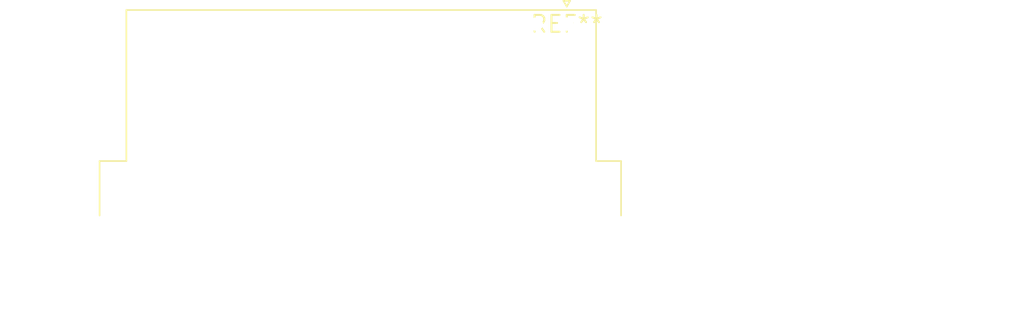
<source format=kicad_pcb>
(kicad_pcb (version 20240108) (generator pcbnew)
  (layers (0 "F.Cu" signal) (31 "B.Cu" signal) (34 "B.Paste" user) (35 "F.Paste" user) (36 "B.SilkS" user "B.Silkscreen") (37 "F.SilkS" user "F.Silkscreen") (38 "B.Mask" user) (39 "F.Mask" user) (44 "Edge.Cuts" user))
  (net 0 "")
  (footprint "DSUB-44-HD_Female_Horizontal_P2.29x2.54mm_EdgePinOffset9.40mm" (layer "F.Cu") (at 0 0)
    (property "Reference" "REF**")
    (property "Value" "DSUB-44-HD_Female_Horizontal_P2.29x2.54mm_EdgePinOffset9.40mm")
    (fp_line (start -35.135 10.32) (end -33.12 10.32) (layer "F.SilkS") (stroke (width 0.12)))
    (fp_line (start -35.135 14.42) (end -35.135 10.32) (layer "F.SilkS") (stroke (width 0.12)))
    (fp_line (start -33.12 -1.06) (end 2.205 -1.06) (layer "F.SilkS") (stroke (width 0.12)))
    (fp_line (start -33.12 10.32) (end -33.12 -1.06) (layer "F.SilkS") (stroke (width 0.12)))
    (fp_line (start -0.25 -1.754338) (end 0.25 -1.754338) (layer "F.SilkS") (stroke (width 0.12)))
    (fp_line (start 0 -1.321325) (end -0.25 -1.754338) (layer "F.SilkS") (stroke (width 0.12)))
    (fp_line (start 0.25 -1.754338) (end 0 -1.321325) (layer "F.SilkS") (stroke (width 0.12)))
    (fp_line (start 2.205 -1.06) (end 2.205 10.32) (layer "F.SilkS") (stroke (width 0.12)))
    (fp_line (start 2.205 10.32) (end 4.085 10.32) (layer "F.SilkS") (stroke (width 0.12)))
    (fp_line (start 4.085 10.32) (end 4.085 14.42) (layer "F.SilkS") (stroke (width 0.12)))
    (pad "1" thru_hole rect (at 0 0) (size 1.6 1.6) (drill 1) (layers *.Cu *.Mask) (remove_unused_layers))
    (pad "2" thru_hole circle (at -2.29 0) (size 1.6 1.6) (drill 1) (layers *.Cu *.Mask) (remove_unused_layers))
    (pad "3" thru_hole circle (at -4.58 0) (size 1.6 1.6) (drill 1) (layers *.Cu *.Mask) (remove_unused_layers))
    (pad "4" thru_hole circle (at -6.87 0) (size 1.6 1.6) (drill 1) (layers *.Cu *.Mask) (remove_unused_layers))
    (pad "5" thru_hole circle (at -9.16 0) (size 1.6 1.6) (drill 1) (layers *.Cu *.Mask) (remove_unused_layers))
    (pad "6" thru_hole circle (at -11.45 0) (size 1.6 1.6) (drill 1) (layers *.Cu *.Mask) (remove_unused_layers))
    (pad "7" thru_hole circle (at -13.74 0) (size 1.6 1.6) (drill 1) (layers *.Cu *.Mask) (remove_unused_layers))
    (pad "8" thru_hole circle (at -16.03 0) (size 1.6 1.6) (drill 1) (layers *.Cu *.Mask) (remove_unused_layers))
    (pad "9" thru_hole circle (at -18.32 0) (size 1.6 1.6) (drill 1) (layers *.Cu *.Mask) (remove_unused_layers))
    (pad "10" thru_hole circle (at -20.61 0) (size 1.6 1.6) (drill 1) (layers *.Cu *.Mask) (remove_unused_layers))
    (pad "11" thru_hole circle (at -22.9 0) (size 1.6 1.6) (drill 1) (layers *.Cu *.Mask) (remove_unused_layers))
    (pad "12" thru_hole circle (at -25.19 0) (size 1.6 1.6) (drill 1) (layers *.Cu *.Mask) (remove_unused_layers))
    (pad "13" thru_hole circle (at -27.48 0) (size 1.6 1.6) (drill 1) (layers *.Cu *.Mask) (remove_unused_layers))
    (pad "14" thru_hole circle (at -29.77 0) (size 1.6 1.6) (drill 1) (layers *.Cu *.Mask) (remove_unused_layers))
    (pad "15" thru_hole circle (at -32.06 0) (size 1.6 1.6) (drill 1) (layers *.Cu *.Mask) (remove_unused_layers))
    (pad "16" thru_hole circle (at 1.145 2.54) (size 1.6 1.6) (drill 1) (layers *.Cu *.Mask) (remove_unused_layers))
    (pad "17" thru_hole circle (at -1.145 2.54) (size 1.6 1.6) (drill 1) (layers *.Cu *.Mask) (remove_unused_layers))
    (pad "18" thru_hole circle (at -3.435 2.54) (size 1.6 1.6) (drill 1) (layers *.Cu *.Mask) (remove_unused_layers))
    (pad "19" thru_hole circle (at -5.725 2.54) (size 1.6 1.6) (drill 1) (layers *.Cu *.Mask) (remove_unused_layers))
    (pad "20" thru_hole circle (at -8.015 2.54) (size 1.6 1.6) (drill 1) (layers *.Cu *.Mask) (remove_unused_layers))
    (pad "21" thru_hole circle (at -10.305 2.54) (size 1.6 1.6) (drill 1) (layers *.Cu *.Mask) (remove_unused_layers))
    (pad "22" thru_hole circle (at -12.595 2.54) (size 1.6 1.6) (drill 1) (layers *.Cu *.Mask) (remove_unused_layers))
    (pad "23" thru_hole circle (at -14.885 2.54) (size 1.6 1.6) (drill 1) (layers *.Cu *.Mask) (remove_unused_layers))
    (pad "24" thru_hole circle (at -17.175 2.54) (size 1.6 1.6) (drill 1) (layers *.Cu *.Mask) (remove_unused_layers))
    (pad "25" thru_hole circle (at -19.465 2.54) (size 1.6 1.6) (drill 1) (layers *.Cu *.Mask) (remove_unused_layers))
    (pad "26" thru_hole circle (at -21.755 2.54) (size 1.6 1.6) (drill 1) (layers *.Cu *.Mask) (remove_unused_layers))
    (pad "27" thru_hole circle (at -24.045 2.54) (size 1.6 1.6) (drill 1) (layers *.Cu *.Mask) (remove_unused_layers))
    (pad "28" thru_hole circle (at -26.335 2.54) (size 1.6 1.6) (drill 1) (layers *.Cu *.Mask) (remove_unused_layers))
    (pad "29" thru_hole circle (at -28.625 2.54) (size 1.6 1.6) (drill 1) (layers *.Cu *.Mask) (remove_unused_layers))
    (pad "30" thru_hole circle (at -30.915 2.54) (size 1.6 1.6) (drill 1) (layers *.Cu *.Mask) (remove_unused_layers))
    (pad "31" thru_hole circle (at 0 5.08) (size 1.6 1.6) (drill 1) (layers *.Cu *.Mask) (remove_unused_layers))
    (pad "32" thru_hole circle (at -2.29 5.08) (size 1.6 1.6) (drill 1) (layers *.Cu *.Mask) (remove_unused_layers))
    (pad "33" thru_hole circle (at -4.58 5.08) (size 1.6 1.6) (drill 1) (layers *.Cu *.Mask) (remove_unused_layers))
    (pad "34" thru_hole circle (at -6.87 5.08) (size 1.6 1.6) (drill 1) (layers *.Cu *.Mask) (remove_unused_layers))
    (pad "35" thru_hole circle (at -9.16 5.08) (size 1.6 1.6) (drill 1) (layers *.Cu *.Mask) (remove_unused_layers))
    (pad "36" thru_hole circle (at -11.45 5.08) (size 1.6 1.6) (drill 1) (layers *.Cu *.Mask) (remove_unused_layers))
    (pad "37" thru_hole circle (at -13.74 5.08) (size 1.6 1.6) (drill 1) (layers *.Cu *.Mask) (remove_unused_layers))
    (pad "38" thru_hole circle (at -16.03 5.08) (size 1.6 1.6) (drill 1) (layers *.Cu *.Mask) (remove_unused_layers))
    (pad "39" thru_hole circle (at -18.32 5.08) (size 1.6 1.6) (drill 1) (layers *.Cu *.Mask) (remove_unused_layers))
    (pad "40" thru_hole circle (at -20.61 5.08) (size 1.6 1.6) (drill 1) (layers *.Cu *.Mask) (remove_unused_layers))
    (pad "41" thru_hole circle (at -22.9 5.08) (size 1.6 1.6) (drill 1) (layers *.Cu *.Mask) (remove_unused_layers))
    (pad "42" thru_hole circle (at -25.19 5.08) (size 1.6 1.6) (drill 1) (layers *.Cu *.Mask) (remove_unused_layers))
    (pad "43" thru_hole circle (at -27.48 5.08) (size 1.6 1.6) (drill 1) (layers *.Cu *.Mask) (remove_unused_layers))
    (pad "44" thru_hole circle (at -29.77 5.08) (size 1.6 1.6) (drill 1) (layers *.Cu *.Mask) (remove_unused_layers))
  )
)
</source>
